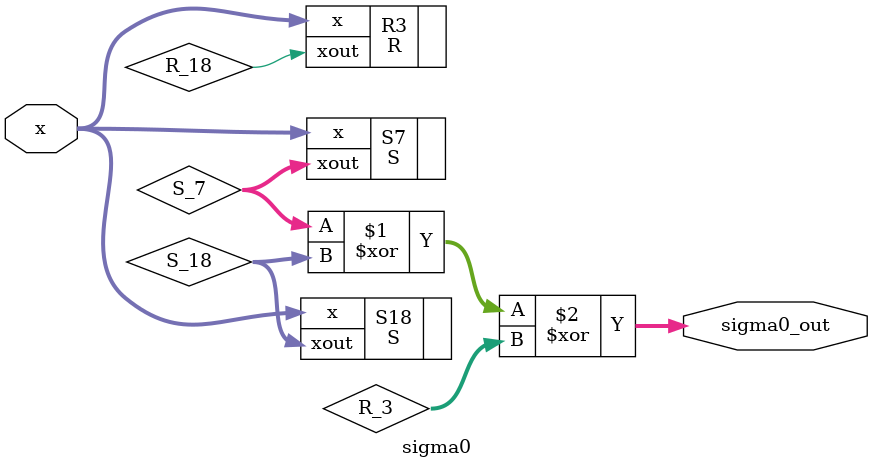
<source format=v>
module sigma0 #
(
    parameter DATA_WIDTH = 32
)

(
    input   wire    [DATA_WIDTH - 1:0]  x           ,

    output  wire    [DATA_WIDTH - 1:0]  sigma0_out
);

wire    [DATA_WIDTH-1:0]    S_7     ;
wire    [DATA_WIDTH-1:0]    S_18    ;
wire    [DATA_WIDTH-1:0]    R_3     ;

assign sigma0_out = S_7 ^ S_18 ^ R_3;

S
#(
    .DATA_WIDTH (DATA_WIDTH),
    .n          (7         )
)
S7
(
    .x      (x          ),
    .xout   (S_7        )
);


S
#(
    .DATA_WIDTH (DATA_WIDTH),
    .n          (18        )
)
S18
(
    .x      (x          ),
    .xout   (S_18       )
);

R
#(
    .DATA_WIDTH (DATA_WIDTH),
    .n          (3        )
)
R3
(
    .x      (x          ),
    .xout   (R_18       )
);
endmodule
</source>
